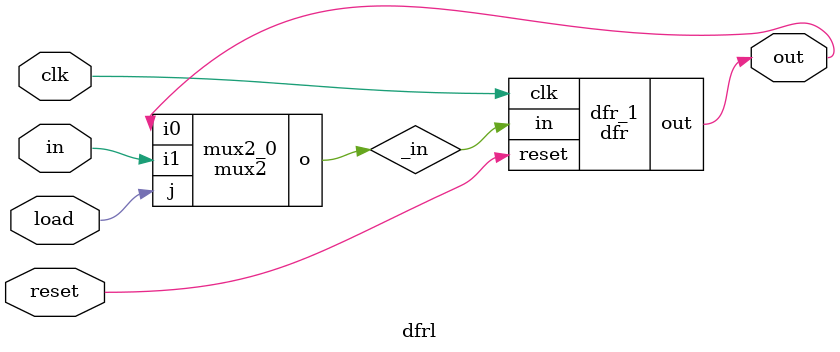
<source format=v>
module invert (input wire i, output wire o);
   assign o = !i;
endmodule

module and2 (input wire i0, i1, output wire o);
  assign o = i0 & i1;
endmodule

module or2 (input wire i0, i1, output wire o);
  assign o = i0 | i1;
endmodule

module xor2 (input wire i0, i1, output wire o);
  assign o = i0 ^ i1;
endmodule

module nand2 (input wire i0, i1, output wire o);
   wire t;
   and2 and2_0 (i0, i1, t);
   invert invert_0 (t, o);
endmodule

module nor2 (input wire i0, i1, output wire o);
   wire t;
   or2 or2_0 (i0, i1, t);
   invert invert_0 (t, o);
endmodule

module xnor2 (input wire i0, i1, output wire o);
   wire t;
   xor2 xor2_0 (i0, i1, t);
   invert invert_0 (t, o);
endmodule

module and3 (input wire i0, i1, i2, output wire o);
   wire t;
   and2 and2_0 (i0, i1, t);
   and2 and2_1 (i2, t, o);
endmodule

module or3 (input wire i0, i1, i2, output wire o);
   wire t;
   or2 or2_0 (i0, i1, t);
   or2 or2_1 (i2, t, o);
endmodule

module nor3 (input wire i0, i1, i2, output wire o);
   wire t;
   or2 or2_0 (i0, i1, t);
   nor2 nor2_0 (i2, t, o);
endmodule

module nand3 (input wire i0, i1, i2, output wire o);
   wire t;
   and2 and2_0 (i0, i1, t);
   nand2 nand2_1 (i2, t, o);
endmodule

module xor3 (input wire i0, i1, i2, output wire o);
   wire t;
   xor2 xor2_0 (i0, i1, t);
   xor2 xor2_1 (i2, t, o);
endmodule

module xnor3 (input wire i0, i1, i2, output wire o);
   wire t;
   xor2 xor2_0 (i0, i1, t);
   xnor2 xnor2_0 (i2, t, o);
endmodule

module mux2 (input wire i0, i1, j, output wire o);
  assign o = (j==0)?i0:i1;
endmodule

module mux4 (input wire [0:3] i, input wire j1, j0, output wire o);
  wire  t0, t1;
  mux2 mux2_0 (i[0], i[1], j1, t0);
  mux2 mux2_1 (i[2], i[3], j1, t1);
  mux2 mux2_2 (t0, t1, j0, o);
endmodule

module mux8 (input wire [0:7] i, input wire j2, j1, j0, output wire o);
  wire  t0, t1;
  mux4 mux4_0 (i[0:3], j2, j1, t0);
  mux4 mux4_1 (i[4:7], j2, j1, t1);
  mux2 mux2_0 (t0, t1, j0, o);
endmodule

module demux2 (input wire i, j, output wire o0, o1);
  assign o0 = (j==0)?i:1'b0;
  assign o1 = (j==1)?i:1'b0;
endmodule

module demux4 (input wire i, j1, j0, output wire [0:3] o);
  wire  t0, t1;
  demux2 demux2_0 (i, j1, t0, t1);
  demux2 demux2_1 (t0, j0, o[0], o[1]);
  demux2 demux2_2 (t1, j0, o[2], o[3]);
endmodule

module demux8 (input wire i, j2, j1, j0, output wire [0:7] o);
  wire  t0, t1;
  demux2 demux2_0 (i, j2, t0, t1);
  demux4 demux4_0 (t0, j1, j0, o[0:3]);
  demux4 demux4_1 (t1, j1, j0, o[4:7]);
endmodule

module df (input wire clk, in, output wire out);
  reg df_out;
  always@(posedge clk) df_out <= in;
  assign out = df_out;
endmodule

module dfr (input wire clk, reset, in, output wire out);
  wire reset_, df_in;
  invert invert_0 (reset, reset_);
  and2 and2_0 (in, reset_, df_in);
  df df_0 (clk, df_in, out);
endmodule

module dfrl (input wire clk, reset, load, in, output wire out);
  wire _in;
  mux2 mux2_0(out, in, load, _in);
  dfr dfr_1(clk, reset, _in, out);
endmodule


</source>
